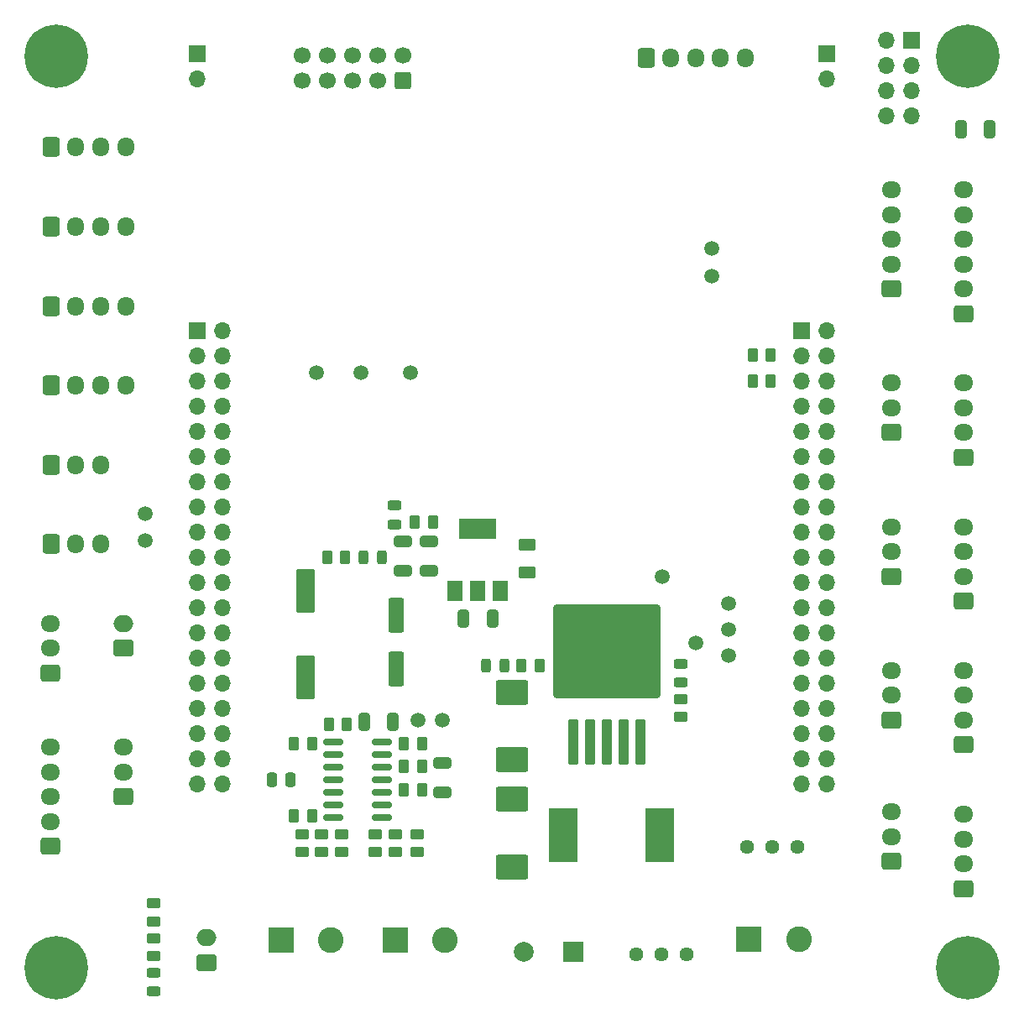
<source format=gbr>
%TF.GenerationSoftware,KiCad,Pcbnew,7.0.1*%
%TF.CreationDate,2023-04-06T21:06:24+02:00*%
%TF.ProjectId,Scout_Robot_Controller,53636f75-745f-4526-9f62-6f745f436f6e,rev?*%
%TF.SameCoordinates,Original*%
%TF.FileFunction,Soldermask,Top*%
%TF.FilePolarity,Negative*%
%FSLAX46Y46*%
G04 Gerber Fmt 4.6, Leading zero omitted, Abs format (unit mm)*
G04 Created by KiCad (PCBNEW 7.0.1) date 2023-04-06 21:06:24*
%MOMM*%
%LPD*%
G01*
G04 APERTURE LIST*
G04 Aperture macros list*
%AMRoundRect*
0 Rectangle with rounded corners*
0 $1 Rounding radius*
0 $2 $3 $4 $5 $6 $7 $8 $9 X,Y pos of 4 corners*
0 Add a 4 corners polygon primitive as box body*
4,1,4,$2,$3,$4,$5,$6,$7,$8,$9,$2,$3,0*
0 Add four circle primitives for the rounded corners*
1,1,$1+$1,$2,$3*
1,1,$1+$1,$4,$5*
1,1,$1+$1,$6,$7*
1,1,$1+$1,$8,$9*
0 Add four rect primitives between the rounded corners*
20,1,$1+$1,$2,$3,$4,$5,0*
20,1,$1+$1,$4,$5,$6,$7,0*
20,1,$1+$1,$6,$7,$8,$9,0*
20,1,$1+$1,$8,$9,$2,$3,0*%
G04 Aperture macros list end*
%ADD10RoundRect,0.250000X-0.262500X-0.450000X0.262500X-0.450000X0.262500X0.450000X-0.262500X0.450000X0*%
%ADD11RoundRect,0.250000X0.625000X-0.375000X0.625000X0.375000X-0.625000X0.375000X-0.625000X-0.375000X0*%
%ADD12RoundRect,0.250000X0.725000X-0.600000X0.725000X0.600000X-0.725000X0.600000X-0.725000X-0.600000X0*%
%ADD13O,1.950000X1.700000*%
%ADD14RoundRect,0.250000X-0.650000X0.325000X-0.650000X-0.325000X0.650000X-0.325000X0.650000X0.325000X0*%
%ADD15C,1.500000*%
%ADD16C,1.440000*%
%ADD17R,2.600000X2.600000*%
%ADD18C,2.600000*%
%ADD19RoundRect,0.250000X0.300000X-2.050000X0.300000X2.050000X-0.300000X2.050000X-0.300000X-2.050000X0*%
%ADD20RoundRect,0.250002X5.149998X-4.449998X5.149998X4.449998X-5.149998X4.449998X-5.149998X-4.449998X0*%
%ADD21RoundRect,0.250000X-0.325000X-0.650000X0.325000X-0.650000X0.325000X0.650000X-0.325000X0.650000X0*%
%ADD22RoundRect,0.243750X0.243750X0.456250X-0.243750X0.456250X-0.243750X-0.456250X0.243750X-0.456250X0*%
%ADD23RoundRect,0.250000X0.550000X-1.500000X0.550000X1.500000X-0.550000X1.500000X-0.550000X-1.500000X0*%
%ADD24R,1.500000X2.000000*%
%ADD25R,3.800000X2.000000*%
%ADD26C,0.800000*%
%ADD27C,6.400000*%
%ADD28RoundRect,0.250000X0.450000X-0.262500X0.450000X0.262500X-0.450000X0.262500X-0.450000X-0.262500X0*%
%ADD29RoundRect,0.243750X-0.243750X-0.456250X0.243750X-0.456250X0.243750X0.456250X-0.243750X0.456250X0*%
%ADD30RoundRect,0.250000X-0.600000X-0.725000X0.600000X-0.725000X0.600000X0.725000X-0.600000X0.725000X0*%
%ADD31O,1.700000X1.950000*%
%ADD32R,1.700000X1.700000*%
%ADD33O,1.700000X1.700000*%
%ADD34RoundRect,0.250000X-0.450000X0.262500X-0.450000X-0.262500X0.450000X-0.262500X0.450000X0.262500X0*%
%ADD35RoundRect,0.250000X0.262500X0.450000X-0.262500X0.450000X-0.262500X-0.450000X0.262500X-0.450000X0*%
%ADD36RoundRect,0.243750X0.456250X-0.243750X0.456250X0.243750X-0.456250X0.243750X-0.456250X-0.243750X0*%
%ADD37RoundRect,0.243750X-0.456250X0.243750X-0.456250X-0.243750X0.456250X-0.243750X0.456250X0.243750X0*%
%ADD38RoundRect,0.250000X1.400000X1.000000X-1.400000X1.000000X-1.400000X-1.000000X1.400000X-1.000000X0*%
%ADD39RoundRect,0.250000X0.325000X0.650000X-0.325000X0.650000X-0.325000X-0.650000X0.325000X-0.650000X0*%
%ADD40RoundRect,0.250000X-0.700000X1.950000X-0.700000X-1.950000X0.700000X-1.950000X0.700000X1.950000X0*%
%ADD41R,2.000000X2.000000*%
%ADD42C,2.000000*%
%ADD43RoundRect,0.250000X0.750000X-0.600000X0.750000X0.600000X-0.750000X0.600000X-0.750000X-0.600000X0*%
%ADD44O,2.000000X1.700000*%
%ADD45RoundRect,0.150000X-0.825000X-0.150000X0.825000X-0.150000X0.825000X0.150000X-0.825000X0.150000X0*%
%ADD46R,2.900000X5.400000*%
%ADD47RoundRect,0.250000X0.250000X0.475000X-0.250000X0.475000X-0.250000X-0.475000X0.250000X-0.475000X0*%
%ADD48RoundRect,0.250000X0.600000X-0.600000X0.600000X0.600000X-0.600000X0.600000X-0.600000X-0.600000X0*%
%ADD49C,1.700000*%
G04 APERTURE END LIST*
D10*
%TO.C,R9*%
X181275000Y-86800000D03*
X183100000Y-86800000D03*
%TD*%
D11*
%TO.C,D10*%
X158500000Y-106150000D03*
X158500000Y-103350000D03*
%TD*%
D12*
%TO.C,J5*%
X195250000Y-135250000D03*
D13*
X195250000Y-132750000D03*
X195250000Y-130250000D03*
%TD*%
D10*
%TO.C,R27*%
X146100000Y-128000000D03*
X147925000Y-128000000D03*
%TD*%
D14*
%TO.C,C12*%
X150000000Y-125325000D03*
X150000000Y-128275000D03*
%TD*%
D15*
%TO.C,TP15*%
X150000000Y-121000000D03*
%TD*%
D12*
%TO.C,J7*%
X202500000Y-123500000D03*
D13*
X202500000Y-121000000D03*
X202500000Y-118500000D03*
X202500000Y-116000000D03*
%TD*%
D12*
%TO.C,J1*%
X202500000Y-138000000D03*
D13*
X202500000Y-135500000D03*
X202500000Y-133000000D03*
X202500000Y-130500000D03*
%TD*%
D16*
%TO.C,RV2*%
X185800000Y-133800000D03*
X183260000Y-133800000D03*
X180720000Y-133800000D03*
%TD*%
D17*
%TO.C,J27*%
X145200000Y-143200000D03*
D18*
X150200000Y-143200000D03*
%TD*%
D12*
%TO.C,J23*%
X195250000Y-77500000D03*
D13*
X195250000Y-75000000D03*
X195250000Y-72500000D03*
X195250000Y-70000000D03*
X195250000Y-67500000D03*
%TD*%
D14*
%TO.C,C25*%
X146000000Y-102975000D03*
X146000000Y-105925000D03*
%TD*%
D19*
%TO.C,U3*%
X163175000Y-123225000D03*
X164875000Y-123225000D03*
X166575000Y-123225000D03*
D20*
X166575000Y-114075000D03*
D19*
X168275000Y-123225000D03*
X169975000Y-123225000D03*
%TD*%
D21*
%TO.C,C11*%
X142050000Y-121200000D03*
X145000000Y-121200000D03*
%TD*%
D22*
%TO.C,D8*%
X143837500Y-104550000D03*
X141962500Y-104550000D03*
%TD*%
D12*
%TO.C,J8*%
X202500000Y-94500000D03*
D13*
X202500000Y-92000000D03*
X202500000Y-89500000D03*
X202500000Y-87000000D03*
%TD*%
D23*
%TO.C,C15*%
X145262500Y-115850000D03*
X145262500Y-110450000D03*
%TD*%
D24*
%TO.C,U7*%
X151200000Y-108000000D03*
X153500000Y-108000000D03*
D25*
X153500000Y-101700000D03*
D24*
X155800000Y-108000000D03*
%TD*%
D26*
%TO.C,H3*%
X200600000Y-146000000D03*
X201302944Y-144302944D03*
X201302944Y-147697056D03*
X203000000Y-143600000D03*
D27*
X203000000Y-146000000D03*
D26*
X203000000Y-148400000D03*
X204697056Y-144302944D03*
X204697056Y-147697056D03*
X205400000Y-146000000D03*
%TD*%
D15*
%TO.C,TP4*%
X178800000Y-111875000D03*
%TD*%
D26*
%TO.C,H1*%
X108600000Y-54000000D03*
X109302944Y-52302944D03*
X109302944Y-55697056D03*
X111000000Y-51600000D03*
D27*
X111000000Y-54000000D03*
D26*
X111000000Y-56400000D03*
X112697056Y-52302944D03*
X112697056Y-55697056D03*
X113400000Y-54000000D03*
%TD*%
D28*
%TO.C,R24*%
X139800000Y-134312500D03*
X139800000Y-132487500D03*
%TD*%
D15*
%TO.C,TP13*%
X175500000Y-113250000D03*
%TD*%
D12*
%TO.C,J2*%
X202500000Y-109000000D03*
D13*
X202500000Y-106500000D03*
X202500000Y-104000000D03*
X202500000Y-101500000D03*
%TD*%
D21*
%TO.C,C1*%
X202250000Y-61400000D03*
X205200000Y-61400000D03*
%TD*%
D29*
%TO.C,D2*%
X154375000Y-115500000D03*
X156250000Y-115500000D03*
%TD*%
D15*
%TO.C,TP5*%
X178800000Y-109250000D03*
%TD*%
D12*
%TO.C,J10*%
X195250000Y-121000000D03*
D13*
X195250000Y-118500000D03*
X195250000Y-116000000D03*
%TD*%
D30*
%TO.C,J15*%
X110500000Y-103250000D03*
D31*
X113000000Y-103250000D03*
X115500000Y-103250000D03*
%TD*%
D15*
%TO.C,TP16*%
X147500000Y-121000000D03*
%TD*%
D32*
%TO.C,U1*%
X125250000Y-81760000D03*
D33*
X127790000Y-81760000D03*
X125250000Y-84300000D03*
X127790000Y-84300000D03*
X125250000Y-86840000D03*
X127790000Y-86840000D03*
X125250000Y-89380000D03*
X127790000Y-89380000D03*
X125250000Y-91920000D03*
X127790000Y-91920000D03*
X125250000Y-94460000D03*
X127790000Y-94460000D03*
X125250000Y-97000000D03*
X127790000Y-97000000D03*
X125250000Y-99540000D03*
X127790000Y-99540000D03*
X125250000Y-102080000D03*
X127790000Y-102080000D03*
X125250000Y-104620000D03*
X127790000Y-104620000D03*
X125250000Y-107160000D03*
X127790000Y-107160000D03*
X125250000Y-109700000D03*
X127790000Y-109700000D03*
X125250000Y-112240000D03*
X127790000Y-112240000D03*
X125250000Y-114780000D03*
X127790000Y-114780000D03*
X125250000Y-117320000D03*
X127790000Y-117320000D03*
X125250000Y-119860000D03*
X127790000Y-119860000D03*
X125250000Y-122400000D03*
X127790000Y-122400000D03*
X125250000Y-124940000D03*
X127790000Y-124940000D03*
X125250000Y-127480000D03*
X127790000Y-127480000D03*
D32*
X186210000Y-81760000D03*
D33*
X188750000Y-81760000D03*
X186210000Y-84300000D03*
X188750000Y-84300000D03*
X186210000Y-86840000D03*
X188750000Y-86840000D03*
X186210000Y-89380000D03*
X188750000Y-89380000D03*
X186210000Y-91920000D03*
X188750000Y-91920000D03*
X186210000Y-94460000D03*
X188750000Y-94460000D03*
X186210000Y-97000000D03*
X188750000Y-97000000D03*
X186210000Y-99540000D03*
X188750000Y-99540000D03*
X186210000Y-102080000D03*
X188750000Y-102080000D03*
X186210000Y-104620000D03*
X188750000Y-104620000D03*
X186210000Y-107160000D03*
X188750000Y-107160000D03*
X186210000Y-109700000D03*
X188750000Y-109700000D03*
X186210000Y-112240000D03*
X188750000Y-112240000D03*
X186210000Y-114780000D03*
X188750000Y-114780000D03*
X186210000Y-117320000D03*
X188750000Y-117320000D03*
X186210000Y-119860000D03*
X188750000Y-119860000D03*
X186210000Y-122400000D03*
X188750000Y-122400000D03*
X186210000Y-124940000D03*
X188750000Y-124940000D03*
X186210000Y-127480000D03*
X188750000Y-127480000D03*
D32*
X188750000Y-53750000D03*
D33*
X188750000Y-56290000D03*
D32*
X125250000Y-53750000D03*
D33*
X125250000Y-56290000D03*
%TD*%
D34*
%TO.C,R21*%
X174000000Y-118887500D03*
X174000000Y-120712500D03*
%TD*%
D15*
%TO.C,TP3*%
X178800000Y-114500000D03*
%TD*%
D30*
%TO.C,J21*%
X110500000Y-79250000D03*
D31*
X113000000Y-79250000D03*
X115500000Y-79250000D03*
X118000000Y-79250000D03*
%TD*%
D15*
%TO.C,TP8*%
X177100000Y-73400000D03*
%TD*%
D35*
%TO.C,R40*%
X136812500Y-130630000D03*
X134987500Y-130630000D03*
%TD*%
D28*
%TO.C,R26*%
X145200000Y-134312500D03*
X145200000Y-132487500D03*
%TD*%
D15*
%TO.C,TP18*%
X137250000Y-86000000D03*
%TD*%
D12*
%TO.C,J11*%
X195250000Y-92000000D03*
D13*
X195250000Y-89500000D03*
X195250000Y-87000000D03*
%TD*%
D36*
%TO.C,D6*%
X174000000Y-117187500D03*
X174000000Y-115312500D03*
%TD*%
D10*
%TO.C,R34*%
X146087500Y-125700000D03*
X147912500Y-125700000D03*
%TD*%
D12*
%TO.C,J13*%
X202500000Y-80000000D03*
D13*
X202500000Y-77500000D03*
X202500000Y-75000000D03*
X202500000Y-72500000D03*
X202500000Y-70000000D03*
X202500000Y-67500000D03*
%TD*%
D30*
%TO.C,J25*%
X110500000Y-71250000D03*
D31*
X113000000Y-71250000D03*
X115500000Y-71250000D03*
X118000000Y-71250000D03*
%TD*%
D15*
%TO.C,TP21*%
X146750000Y-86000000D03*
%TD*%
D12*
%TO.C,J3*%
X110400000Y-116250000D03*
D13*
X110400000Y-113750000D03*
X110400000Y-111250000D03*
%TD*%
D37*
%TO.C,D11*%
X145100000Y-99375000D03*
X145100000Y-101250000D03*
%TD*%
D32*
%TO.C,J9*%
X197290000Y-52450000D03*
D33*
X194750000Y-52450000D03*
X197290000Y-54990000D03*
X194750000Y-54990000D03*
X197290000Y-57530000D03*
X194750000Y-57530000D03*
X197290000Y-60070000D03*
X194750000Y-60070000D03*
%TD*%
D12*
%TO.C,J6*%
X195250000Y-106500000D03*
D13*
X195250000Y-104000000D03*
X195250000Y-101500000D03*
%TD*%
D30*
%TO.C,J16*%
X110500000Y-87250000D03*
D31*
X113000000Y-87250000D03*
X115500000Y-87250000D03*
X118000000Y-87250000D03*
%TD*%
D26*
%TO.C,H2*%
X200600000Y-54000000D03*
X201302944Y-52302944D03*
X201302944Y-55697056D03*
X203000000Y-51600000D03*
D27*
X203000000Y-54000000D03*
D26*
X203000000Y-56400000D03*
X204697056Y-52302944D03*
X204697056Y-55697056D03*
X205400000Y-54000000D03*
%TD*%
D38*
%TO.C,D1*%
X157000000Y-125000000D03*
X157000000Y-118200000D03*
%TD*%
D39*
%TO.C,C24*%
X155050000Y-110750000D03*
X152100000Y-110750000D03*
%TD*%
D30*
%TO.C,J14*%
X110500000Y-95250000D03*
D31*
X113000000Y-95250000D03*
X115500000Y-95250000D03*
%TD*%
D28*
%TO.C,R23*%
X137800000Y-134325000D03*
X137800000Y-132500000D03*
%TD*%
D40*
%TO.C,C20*%
X136162500Y-108000000D03*
X136162500Y-116700000D03*
%TD*%
D41*
%TO.C,C10*%
X163200000Y-144400000D03*
D42*
X158200000Y-144400000D03*
%TD*%
D10*
%TO.C,R8*%
X181275000Y-84200000D03*
X183100000Y-84200000D03*
%TD*%
D12*
%TO.C,J22*%
X110400000Y-133750000D03*
D13*
X110400000Y-131250000D03*
X110400000Y-128750000D03*
X110400000Y-126250000D03*
X110400000Y-123750000D03*
%TD*%
D15*
%TO.C,TP14*%
X141737500Y-86000000D03*
%TD*%
D43*
%TO.C,J28*%
X126200000Y-145450000D03*
D44*
X126200000Y-142950000D03*
%TD*%
D35*
%TO.C,R49*%
X149000000Y-101050000D03*
X147175000Y-101050000D03*
%TD*%
D36*
%TO.C,D4*%
X120800000Y-148337500D03*
X120800000Y-146462500D03*
%TD*%
D10*
%TO.C,R30*%
X135000000Y-123400000D03*
X136825000Y-123400000D03*
%TD*%
D28*
%TO.C,R25*%
X143200000Y-134312500D03*
X143200000Y-132487500D03*
%TD*%
D34*
%TO.C,R14*%
X120800000Y-143000000D03*
X120800000Y-144825000D03*
%TD*%
D38*
%TO.C,D5*%
X157000000Y-135800000D03*
X157000000Y-129000000D03*
%TD*%
D15*
%TO.C,TP9*%
X177100000Y-76200000D03*
%TD*%
D43*
%TO.C,J4*%
X117750000Y-113750000D03*
D44*
X117750000Y-111250000D03*
%TD*%
D15*
%TO.C,TP6*%
X120000000Y-100150000D03*
%TD*%
D28*
%TO.C,R22*%
X135800000Y-134312500D03*
X135800000Y-132487500D03*
%TD*%
D30*
%TO.C,J24*%
X110500000Y-63225000D03*
D31*
X113000000Y-63225000D03*
X115500000Y-63225000D03*
X118000000Y-63225000D03*
%TD*%
D45*
%TO.C,U4*%
X138950000Y-123220000D03*
X138950000Y-124490000D03*
X138950000Y-125760000D03*
X138950000Y-127030000D03*
X138950000Y-128300000D03*
X138950000Y-129570000D03*
X138950000Y-130840000D03*
X143900000Y-130840000D03*
X143900000Y-129570000D03*
X143900000Y-128300000D03*
X143900000Y-127030000D03*
X143900000Y-125760000D03*
X143900000Y-124490000D03*
X143900000Y-123220000D03*
%TD*%
D10*
%TO.C,R11*%
X157925000Y-115500000D03*
X159750000Y-115500000D03*
%TD*%
D14*
%TO.C,C26*%
X148600000Y-103000000D03*
X148600000Y-105950000D03*
%TD*%
D26*
%TO.C,H4*%
X108600000Y-146000000D03*
X109302944Y-144302944D03*
X109302944Y-147697056D03*
X111000000Y-143600000D03*
D27*
X111000000Y-146000000D03*
D26*
X111000000Y-148400000D03*
X112697056Y-144302944D03*
X112697056Y-147697056D03*
X113400000Y-146000000D03*
%TD*%
D34*
%TO.C,R12*%
X120800000Y-139487500D03*
X120800000Y-141312500D03*
%TD*%
D15*
%TO.C,TP12*%
X172150000Y-106550000D03*
%TD*%
D17*
%TO.C,J26*%
X133700000Y-143200000D03*
D18*
X138700000Y-143200000D03*
%TD*%
D35*
%TO.C,R33*%
X140312500Y-121400000D03*
X138487500Y-121400000D03*
%TD*%
D12*
%TO.C,J12*%
X117750000Y-128750000D03*
D13*
X117750000Y-126250000D03*
X117750000Y-123750000D03*
%TD*%
D16*
%TO.C,RV1*%
X174607323Y-144600000D03*
X172067323Y-144600000D03*
X169527323Y-144600000D03*
%TD*%
D10*
%TO.C,R39*%
X146087500Y-123400000D03*
X147912500Y-123400000D03*
%TD*%
%TO.C,R47*%
X138350000Y-104550000D03*
X140175000Y-104550000D03*
%TD*%
D46*
%TO.C,L1*%
X162150000Y-132600000D03*
X171850000Y-132600000D03*
%TD*%
D15*
%TO.C,TP7*%
X120000000Y-102900000D03*
%TD*%
D17*
%TO.C,J17*%
X180900000Y-143100000D03*
D18*
X185900000Y-143100000D03*
%TD*%
D47*
%TO.C,C6*%
X134650000Y-127000000D03*
X132750000Y-127000000D03*
%TD*%
D28*
%TO.C,R31*%
X147400000Y-134312500D03*
X147400000Y-132487500D03*
%TD*%
D48*
%TO.C,J30*%
X146000000Y-56500000D03*
D49*
X146000000Y-53960000D03*
X143460000Y-56500000D03*
X143460000Y-53960000D03*
X140920000Y-56500000D03*
X140920000Y-53960000D03*
X138380000Y-56500000D03*
X138380000Y-53960000D03*
X135840000Y-56500000D03*
X135840000Y-53960000D03*
%TD*%
D30*
%TO.C,J29*%
X170500000Y-54180000D03*
D31*
X173000000Y-54180000D03*
X175500000Y-54180000D03*
X178000000Y-54180000D03*
X180500000Y-54180000D03*
%TD*%
M02*

</source>
